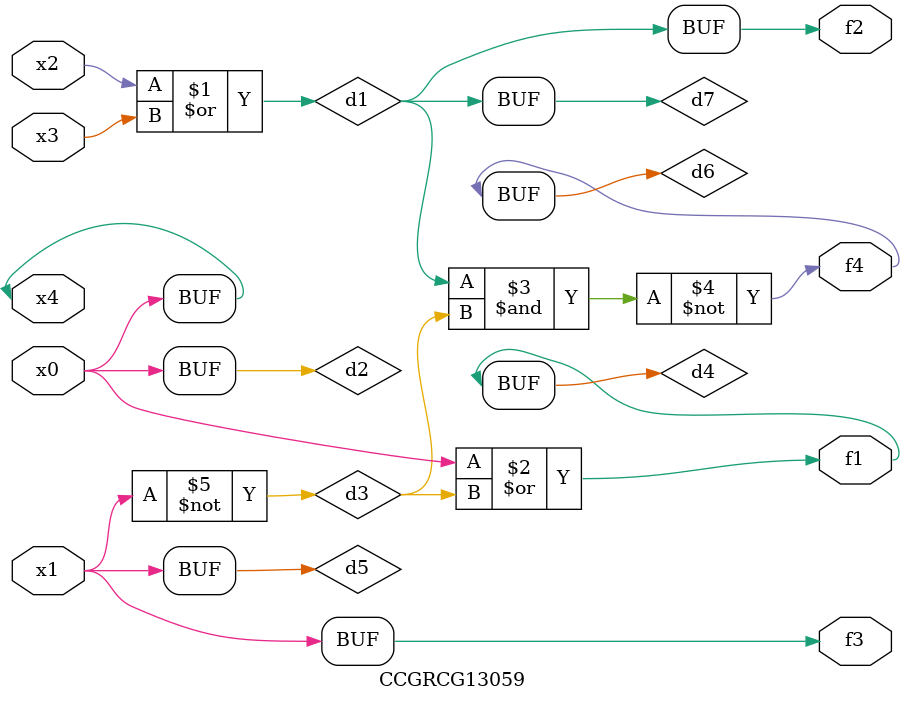
<source format=v>
module CCGRCG13059(
	input x0, x1, x2, x3, x4,
	output f1, f2, f3, f4
);

	wire d1, d2, d3, d4, d5, d6, d7;

	or (d1, x2, x3);
	buf (d2, x0, x4);
	not (d3, x1);
	or (d4, d2, d3);
	not (d5, d3);
	nand (d6, d1, d3);
	or (d7, d1);
	assign f1 = d4;
	assign f2 = d7;
	assign f3 = d5;
	assign f4 = d6;
endmodule

</source>
